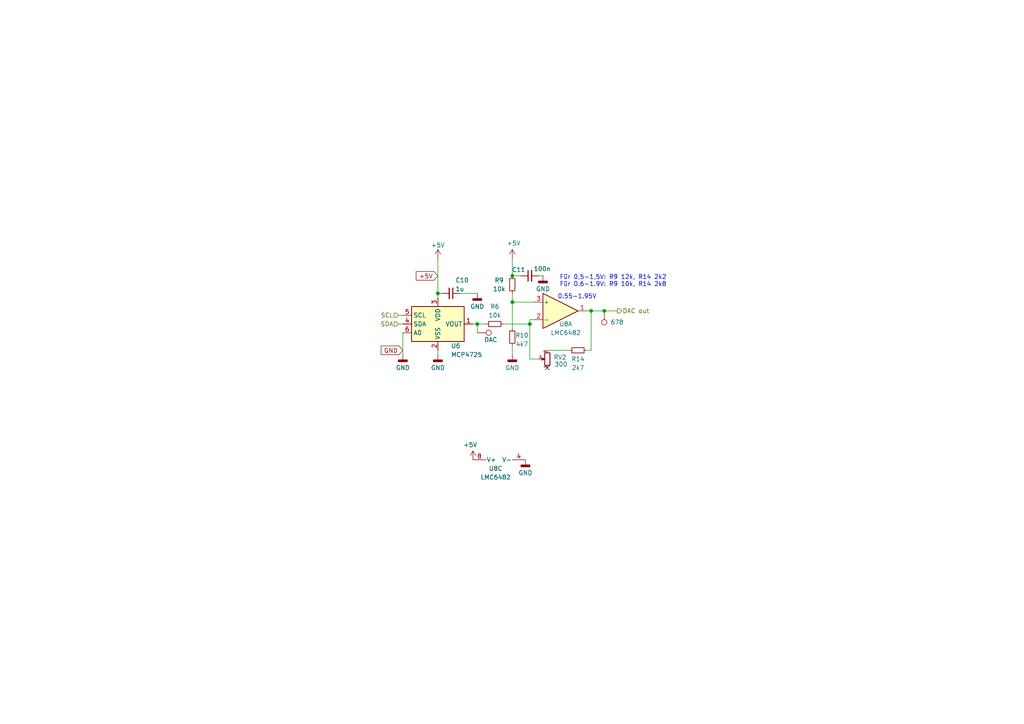
<source format=kicad_sch>
(kicad_sch (version 20231120) (generator "eeschema") (generator_version "8.0")
  (paper "A4")
  (lib_symbols
    (symbol "Amplifier_Operational:LMC6482" (pin_names (offset 0.127))
      (property "Reference" "U" (at 0 5.08 0))
      (property "Value" "LMC6482" (at 0 -5.08 0))
      (symbol "LMC6482_1_1"
        (polyline (pts (xy -5.08 5.08) (xy 5.08 0) (xy -5.08 -5.08) (xy -5.08 5.08)) (stroke (width 0.254)) (fill (type background)))
        (pin output line (at 7.62 0 180) (length 2.54) (name "~") (number "1"))
        (pin input line (at -7.62 -2.54 0) (length 2.54) (name "-") (number "2"))
        (pin input line (at -7.62 2.54 0) (length 2.54) (name "+") (number "3"))
      )
      (symbol "LMC6482_2_1"
        (polyline (pts (xy -5.08 5.08) (xy 5.08 0) (xy -5.08 -5.08) (xy -5.08 5.08)) (stroke (width 0.254)) (fill (type background)))
        (pin input line (at -7.62 2.54 0) (length 2.54) (name "+") (number "5"))
        (pin input line (at -7.62 -2.54 0) (length 2.54) (name "-") (number "6"))
        (pin output line (at 7.62 0 180) (length 2.54) (name "~") (number "7"))
      )
      (symbol "LMC6482_3_1"
        (pin power_in line (at -2.54 -7.62 90) (length 3.81) (name "V-") (number "4"))
        (pin power_in line (at -2.54 7.62 270) (length 3.81) (name "V+") (number "8"))
      )
    )
    (symbol "Analog_DAC:MCP4725xxx-xCH"
      (property "Reference" "U" (at -6.35 6.35 0))
      (property "Value" "MCP4725xxx-xCH" (at 8.89 6.35 0))
      (symbol "MCP4725xxx-xCH_0_1"
        (rectangle (start -7.62 5.08) (end 7.62 -5.08) (stroke (width 0.254)) (fill (type background)))
      )
      (symbol "MCP4725xxx-xCH_1_1"
        (pin output line (at 10.16 0 180) (length 2.54) (name "VOUT") (number "1"))
        (pin power_in line (at 0 -7.62 90) (length 2.54) (name "VSS") (number "2"))
        (pin power_in line (at 0 7.62 270) (length 2.54) (name "VDD") (number "3"))
        (pin bidirectional line (at -10.16 0 0) (length 2.54) (name "SDA") (number "4"))
        (pin input line (at -10.16 2.54 0) (length 2.54) (name "SCL") (number "5"))
        (pin input line (at -10.16 -2.54 0) (length 2.54) (name "A0") (number "6"))
      )
    )
    (symbol "Device:C_Small" (pin_numbers hide) (pin_names (offset 0.254) hide)
      (property "Reference" "C" (at 0.254 1.778 0))
      (property "Value" "C_Small" (at 0.254 -2.032 0))
      (symbol "C_Small_0_1"
        (polyline (pts (xy -1.524 -0.508) (xy 1.524 -0.508)) (stroke (width 0.3302)))
        (polyline (pts (xy -1.524 0.508) (xy 1.524 0.508)) (stroke (width 0.3048)))
      )
      (symbol "C_Small_1_1"
        (pin passive line (at 0 2.54 270) (length 2.032) (name "~") (number "1"))
        (pin passive line (at 0 -2.54 90) (length 2.032) (name "~") (number "2"))
      )
    )
    (symbol "Device:R_Potentiometer_Small" (pin_names (offset 1.016) hide)
      (property "Reference" "RV" (at -4.445 0 90))
      (property "Value" "R_Potentiometer_Small" (at -2.54 0 90))
      (symbol "R_Potentiometer_Small_0_1"
        (polyline (pts (xy 0.889 0) (xy 0.635 0) (xy 1.651 0.381) (xy 1.651 -0.381) (xy 0.635 0) (xy 0.889 0)) (fill (type outline)))
        (rectangle (start 0.762 1.8034) (end -0.762 -1.8034) (stroke (width 0.254)))
      )
      (symbol "R_Potentiometer_Small_1_1"
        (pin passive line (at 0 2.54 270) (length 0.635) (name "1") (number "1"))
        (pin passive line (at 2.54 0 180) (length 0.9906) (name "2") (number "2"))
        (pin passive line (at 0 -2.54 90) (length 0.635) (name "3") (number "3"))
      )
    )
    (symbol "Device:R_Small" (pin_numbers hide) (pin_names (offset 0.254) hide)
      (property "Reference" "R" (at 0.762 0.508 0))
      (property "Value" "R_Small" (at 0.762 -1.016 0))
      (symbol "R_Small_0_1"
        (rectangle (start -0.762 1.778) (end 0.762 -1.778) (stroke (width 0.2032)))
      )
      (symbol "R_Small_1_1"
        (pin passive line (at 0 2.54 270) (length 0.762) (name "~") (number "1"))
        (pin passive line (at 0 -2.54 90) (length 0.762) (name "~") (number "2"))
      )
    )
    (symbol "Peacemans Teile:TestPoint_named" (pin_numbers hide) (pin_names (offset 0.762) hide)
      (symbol "TestPoint_named_0_1"
        (circle (center 0 3.302) (radius 0.762))
      )
      (symbol "TestPoint_named_1_1"
        (pin passive line (at 0 0 90) (length 2.54) (name "1") (number "1"))
      )
    )
    (symbol "power:+5V" (power) (pin_numbers hide) (pin_names (offset 0) hide)
      (property "Value" "+5V" (at 0 3.556 0))
      (symbol "+5V_0_1"
        (polyline (pts (xy -0.762 1.27) (xy 0 2.54)))
        (polyline (pts (xy 0 0) (xy 0 2.54)))
        (polyline (pts (xy 0 2.54) (xy 0.762 1.27)))
      )
      (symbol "+5V_1_1"
        (pin power_in line (at 0 0 90) (length 0) (name "~") (number "1"))
      )
    )
    (symbol "power:GNDD" (power) (pin_numbers hide) (pin_names (offset 0) hide)
      (property "Value" "GNDD" (at 0 -3.175 0))
      (symbol "GNDD_0_1"
        (rectangle (start -1.27 -1.524) (end 1.27 -2.032) (stroke (width 0.254)) (fill (type outline)))
        (polyline (pts (xy 0 0) (xy 0 -1.524)))
      )
      (symbol "GNDD_1_1"
        (pin power_in line (at 0 0 270) (length 0) (name "~") (number "1"))
      )
    )
  )
  (junction (at 153.67 93.98))
  (junction (at 138.43 93.98))
  (junction (at 127 85.09))
  (junction (at 148.59 80.01))
  (junction (at 175.26 90.17))
  (junction (at 148.59 87.63))
  (junction (at 171.45 90.17))
  (no_connect (at 158.75 106.68))
  (wire (pts (xy 175.26 90.17) (xy 179.07 90.17)))
  (wire (pts (xy 138.43 93.98) (xy 138.43 96.52)))
  (wire (pts (xy 153.67 104.14) (xy 156.21 104.14)))
  (wire (pts (xy 128.27 85.09) (xy 127 85.09)))
  (wire (pts (xy 116.84 91.44) (xy 115.57 91.44)))
  (wire (pts (xy 127 85.09) (xy 127 86.36)))
  (wire (pts (xy 148.59 87.63) (xy 148.59 95.25)))
  (wire (pts (xy 116.84 93.98) (xy 115.57 93.98)))
  (wire (pts (xy 153.67 92.71) (xy 154.94 92.71)))
  (wire (pts (xy 127 74.93) (xy 127 85.09)))
  (wire (pts (xy 127 101.6) (xy 127 102.87)))
  (wire (pts (xy 171.45 90.17) (xy 170.18 90.17)))
  (wire (pts (xy 146.05 93.98) (xy 153.67 93.98)))
  (wire (pts (xy 171.45 101.6) (xy 171.45 90.17)))
  (wire (pts (xy 133.35 85.09) (xy 138.43 85.09)))
  (wire (pts (xy 171.45 90.17) (xy 175.26 90.17)))
  (wire (pts (xy 156.21 80.01) (xy 157.48 80.01)))
  (wire (pts (xy 148.59 85.09) (xy 148.59 87.63)))
  (wire (pts (xy 158.75 101.6) (xy 165.1 101.6)))
  (wire (pts (xy 153.67 93.98) (xy 153.67 92.71)))
  (wire (pts (xy 137.16 93.98) (xy 138.43 93.98)))
  (wire (pts (xy 148.59 80.01) (xy 151.13 80.01)))
  (wire (pts (xy 148.59 74.93) (xy 148.59 80.01)))
  (wire (pts (xy 153.67 104.14) (xy 153.67 93.98)))
  (wire (pts (xy 170.18 101.6) (xy 171.45 101.6)))
  (wire (pts (xy 148.59 100.33) (xy 148.59 102.87)))
  (wire (pts (xy 138.43 93.98) (xy 140.97 93.98)))
  (wire (pts (xy 116.84 96.52) (xy 116.84 102.87)))
  (wire (pts (xy 154.94 87.63) (xy 148.59 87.63)))
  (text "Für 0,5-1,5V: R9 12k, R14 2k2\nFür 0.6-1.9V: R9 10k, R14 2k8" (at 162.306 81.534 0) (effects (font (size 1.27 1.27)) (justify left)))
  (text "0.55-1.95V" (at 167.386 86.106 0) (effects (font (size 1.27 1.27))))
  (global_label "+5V" (shape input) (at 127 80.01 180) (property "Intersheetrefs" "${INTERSHEET_REFS}" (effects (hide yes))))
  (global_label "GND" (shape input) (at 116.84 101.6 180) (property "Intersheetrefs" "${INTERSHEET_REFS}" (effects (hide yes))))
  (hierarchical_label "SDA" (shape input) (at 115.57 93.98 180))
  (hierarchical_label "DAC out" (shape output) (at 179.07 90.17 0))
  (hierarchical_label "SCL" (shape input) (at 115.57 91.44 180))
  (symbol (lib_id "Device:R_Small") (at 167.64 101.6 270) (unit 1)
    (property "Reference" "R14" (at 167.64 104.14 90))
    (property "Value" "2k7" (at 167.64 106.68 90))
    (property "Footprint" "Resistor_SMD:R_0603_1608Metric" (effects (hide yes)))
  )
  (symbol (lib_id "Peacemans Teile:TestPoint_named") (at 175.26 90.17 180) (unit 1)
    (property "Reference" "TP12" (effects (hide yes)))
    (property "Value" "678" (at 177.038 93.472 0) (effects (justify right)))
    (property "Footprint" "TestPoint:TestPoint_Pad_D1.0mm" (effects (hide yes)))
    (property "Description" "test point" (effects (hide yes)))
  )
  (symbol (lib_id "Device:R_Potentiometer_Small") (at 158.75 104.14 180) (unit 1)
    (property "Reference" "RV2" (at 160.528 103.632 0) (effects (justify right)))
    (property "Value" "300" (at 160.782 105.664 0) (effects (justify right)))
    (property "Footprint" "easyEDA:RES-SMD_RK10J11R0A0H" (effects (hide yes)))
    (property "Description" "Potentiometer" (effects (hide yes)))
  )
  (symbol (lib_id "Amplifier_Operational:LMC6482") (at 162.56 90.17 0) (unit 1)
    (property "Reference" "U8" (at 164.084 93.98 0))
    (property "Value" "LMC6482" (at 164.084 96.52 0))
    (property "Footprint" "Package_SO:SOIC-8_3.9x4.9mm_P1.27mm" (effects (hide yes)))
    (property "Datasheet" "http://www.ti.com/lit/ds/symlink/lmc6482.pdf" (effects (hide yes)))
    (property "Description" "Dual CMOS Rail-to-Rail Input and Output Operational Amplifier, DIP-8/SOIC-8, SSOP-8" (effects (hide yes)))
  )
  (symbol (lib_id "power:GNDD") (at 157.48 80.01 0) (unit 1)
    (property "Reference" "#PWR028" (effects (hide yes)))
    (property "Value" "GND" (at 157.48 83.82 0))
    (property "Description" "Power symbol creates a global label with name \"GNDD\" , digital ground" (effects (hide yes)))
  )
  (symbol (lib_id "Device:C_Small") (at 153.67 80.01 90) (unit 1)
    (property "Reference" "C11" (at 152.4 78.232 90) (effects (justify left)))
    (property "Value" "100n" (at 159.766 77.978 90) (effects (justify left)))
    (property "Footprint" "Capacitor_SMD:C_0603_1608Metric" (effects (hide yes)))
  )
  (symbol (lib_id "power:GNDD") (at 138.43 85.09 0) (unit 1)
    (property "Reference" "#PWR021" (effects (hide yes)))
    (property "Value" "GND" (at 138.43 88.9 0))
    (property "Description" "Power symbol creates a global label with name \"GNDD\" , digital ground" (effects (hide yes)))
  )
  (symbol (lib_id "Device:R_Small") (at 148.59 97.79 180) (unit 1)
    (property "Reference" "R10" (at 151.384 97.282 0))
    (property "Value" "4k7" (at 151.384 99.822 0))
    (property "Footprint" "Resistor_SMD:R_0603_1608Metric" (effects (hide yes)))
  )
  (symbol (lib_id "power:+5V") (at 127 74.93 0) (unit 1)
    (property "Reference" "#PWR018" (effects (hide yes)))
    (property "Value" "+5V" (at 127 71.12 0))
    (property "Description" "Power symbol creates a global label with name \"+5V\"" (effects (hide yes)))
  )
  (symbol (lib_id "power:GNDD") (at 116.84 102.87 0) (unit 1)
    (property "Reference" "#PWR012" (effects (hide yes)))
    (property "Value" "GND" (at 116.84 106.68 0))
    (property "Description" "Power symbol creates a global label with name \"GNDD\" , digital ground" (effects (hide yes)))
  )
  (symbol (lib_id "Amplifier_Operational:LMC6482") (at 144.78 130.81 90) (unit 3)
    (property "Reference" "U8" (at 143.764 135.89 90))
    (property "Value" "LMC6482" (at 143.764 138.43 90))
    (property "Footprint" "Package_SO:SOIC-8_3.9x4.9mm_P1.27mm" (effects (hide yes)))
    (property "Datasheet" "http://www.ti.com/lit/ds/symlink/lmc6482.pdf" (effects (hide yes)))
    (property "Description" "Dual CMOS Rail-to-Rail Input and Output Operational Amplifier, DIP-8/SOIC-8, SSOP-8" (effects (hide yes)))
  )
  (symbol (lib_id "Device:R_Small") (at 143.51 93.98 270) (unit 1)
    (property "Reference" "R6" (at 143.51 88.9 90))
    (property "Value" "10k" (at 143.51 91.44 90))
    (property "Footprint" "Resistor_SMD:R_0603_1608Metric" (effects (hide yes)))
  )
  (symbol (lib_id "power:GNDD") (at 152.4 133.35 0) (unit 1)
    (property "Reference" "#PWR032" (effects (hide yes)))
    (property "Value" "GND" (at 152.4 137.16 0))
    (property "Description" "Power symbol creates a global label with name \"GNDD\" , digital ground" (effects (hide yes)))
  )
  (symbol (lib_id "power:GNDD") (at 127 102.87 0) (unit 1)
    (property "Reference" "#PWR019" (effects (hide yes)))
    (property "Value" "GND" (at 127 106.68 0))
    (property "Description" "Power symbol creates a global label with name \"GNDD\" , digital ground" (effects (hide yes)))
  )
  (symbol (lib_id "Analog_DAC:MCP4725xxx-xCH") (at 127 93.98 0) (unit 1)
    (property "Reference" "U6" (at 130.81 100.33 0) (effects (justify left)))
    (property "Value" "MCP4725" (at 130.81 102.87 0) (effects (justify left)))
    (property "Footprint" "Package_TO_SOT_SMD:SOT-23-6" (effects (hide yes)))
    (property "Datasheet" "http://ww1.microchip.com/downloads/en/DeviceDoc/22039d.pdf" (effects (hide yes)))
    (property "Description" "12-bit Digital-to-Analog Converter, integrated EEPROM, I2C interface, SOT-23-6" (effects (hide yes)))
  )
  (symbol (lib_id "Peacemans Teile:TestPoint_named") (at 138.43 96.52 270) (unit 1)
    (property "Reference" "TP9" (effects (hide yes)))
    (property "Value" "DAC" (at 144.272 98.552 90) (effects (justify right)))
    (property "Footprint" "TestPoint:TestPoint_Pad_D1.0mm" (effects (hide yes)))
    (property "Description" "test point" (effects (hide yes)))
  )
  (symbol (lib_id "power:+5V") (at 148.59 74.93 0) (unit 1)
    (property "Reference" "#PWR025" (effects (hide yes)))
    (property "Value" "+5V" (at 148.971 70.5358 0))
    (property "Description" "Power symbol creates a global label with name \"+5V\"" (effects (hide yes)))
  )
  (symbol (lib_id "power:GNDD") (at 148.59 102.87 0) (unit 1)
    (property "Reference" "#PWR026" (effects (hide yes)))
    (property "Value" "GND" (at 148.59 106.68 0))
    (property "Description" "Power symbol creates a global label with name \"GNDD\" , digital ground" (effects (hide yes)))
  )
  (symbol (lib_id "Device:C_Small") (at 130.81 85.09 270) (unit 1)
    (property "Reference" "C10" (at 132.08 81.28 90) (effects (justify left)))
    (property "Value" "1u" (at 132.08 83.82 90) (effects (justify left)))
    (property "Footprint" "Capacitor_SMD:C_0603_1608Metric" (effects (hide yes)))
  )
  (symbol (lib_id "Device:R_Small") (at 148.59 82.55 180) (unit 1)
    (property "Reference" "R9" (at 144.78 81.28 0))
    (property "Value" "10k" (at 144.78 83.82 0))
    (property "Footprint" "Resistor_SMD:R_0603_1608Metric" (effects (hide yes)))
  )
  (symbol (lib_id "power:+5V") (at 137.16 133.35 0) (unit 1)
    (property "Reference" "#PWR029" (effects (hide yes)))
    (property "Value" "+5V" (at 136.398 129.032 0))
    (property "Description" "Power symbol creates a global label with name \"+5V\"" (effects (hide yes)))
  )
)
</source>
